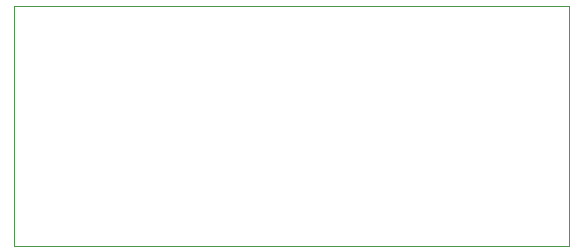
<source format=gm1>
G04 #@! TF.GenerationSoftware,KiCad,Pcbnew,(5.1.2)-2*
G04 #@! TF.CreationDate,2019-11-25T16:57:55+01:00*
G04 #@! TF.ProjectId,nanoSAMD21E18v1,6e616e6f-5341-44d4-9432-314531387631,rev?*
G04 #@! TF.SameCoordinates,Original*
G04 #@! TF.FileFunction,Profile,NP*
%FSLAX46Y46*%
G04 Gerber Fmt 4.6, Leading zero omitted, Abs format (unit mm)*
G04 Created by KiCad (PCBNEW (5.1.2)-2) date 2019-11-25 16:57:55*
%MOMM*%
%LPD*%
G04 APERTURE LIST*
%ADD10C,0.050000*%
G04 APERTURE END LIST*
D10*
X167640000Y-103886000D02*
X120650000Y-103886000D01*
X167640000Y-83566000D02*
X167640000Y-103886000D01*
X120650000Y-83566000D02*
X167640000Y-83566000D01*
X120650000Y-103886000D02*
X120650000Y-83566000D01*
M02*

</source>
